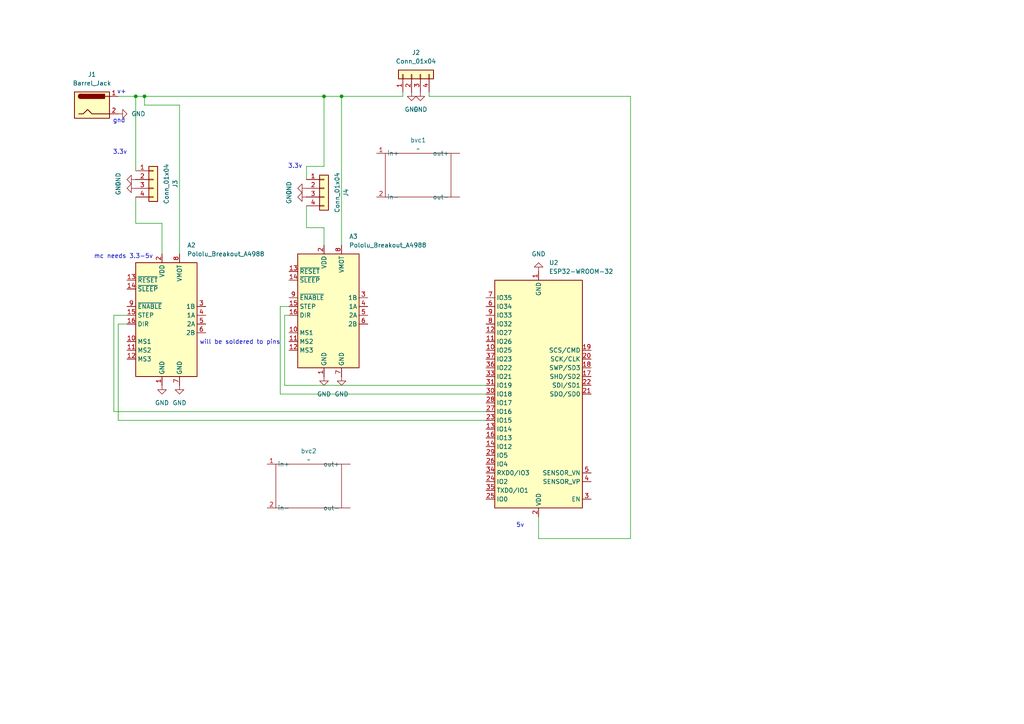
<source format=kicad_sch>
(kicad_sch (version 20231120) (generator "eeschema") (generator_version "8.0")
  (paper "A4")
  (lib_symbols
    (symbol "Connector:Barrel_Jack" (pin_names (offset 1.016))
      (property "Reference" "J" (at 0 5.334 0))
      (property "Value" "Barrel_Jack" (at 0 -5.08 0))
      (symbol "Barrel_Jack_0_1"
        (rectangle (start -5.08 3.81) (end 5.08 -3.81) (stroke (width 0.254)) (fill (type background)))
        (arc (start -3.302 3.175) (mid -3.9343 2.54) (end -3.302 1.905) (stroke (width 0.254)))
        (arc (start -3.302 3.175) (mid -3.9343 2.54) (end -3.302 1.905) (stroke (width 0.254)) (fill (type outline)))
        (polyline (pts (xy 5.08 2.54) (xy 3.81 2.54)) (stroke (width 0.254)))
        (polyline (pts (xy -3.81 -2.54) (xy -2.54 -2.54) (xy -1.27 -1.27) (xy 0 -2.54) (xy 2.54 -2.54) (xy 5.08 -2.54)) (stroke (width 0.254)))
        (rectangle (start 3.683 3.175) (end -3.302 1.905) (stroke (width 0.254)) (fill (type outline)))
      )
      (symbol "Barrel_Jack_1_1"
        (pin passive line (at 7.62 2.54 180) (length 2.54) (name "~") (number "1"))
        (pin passive line (at 7.62 -2.54 180) (length 2.54) (name "~") (number "2"))
      )
    )
    (symbol "Connector_Generic:Conn_01x04" (pin_names (offset 1.016) hide)
      (property "Reference" "J" (at 0 5.08 0))
      (property "Value" "Conn_01x04" (at 0 -7.62 0))
      (symbol "Conn_01x04_1_1"
        (rectangle (start -1.27 -4.953) (end 0 -5.207) (stroke (width 0.1524)))
        (rectangle (start -1.27 -2.413) (end 0 -2.667) (stroke (width 0.1524)))
        (rectangle (start -1.27 0.127) (end 0 -0.127) (stroke (width 0.1524)))
        (rectangle (start -1.27 2.667) (end 0 2.413) (stroke (width 0.1524)))
        (rectangle (start -1.27 3.81) (end 1.27 -6.35) (stroke (width 0.254)) (fill (type background)))
        (pin passive line (at -5.08 2.54 0) (length 3.81) (name "Pin_1") (number "1"))
        (pin passive line (at -5.08 0 0) (length 3.81) (name "Pin_2") (number "2"))
        (pin passive line (at -5.08 -2.54 0) (length 3.81) (name "Pin_3") (number "3"))
        (pin passive line (at -5.08 -5.08 0) (length 3.81) (name "Pin_4") (number "4"))
      )
    )
    (symbol "Converter_DCDC:buck_voltage_converter"
      (property "Reference" "bvc" (at -6.35 1.27 0))
      (symbol "buck_voltage_converter_0_1"
        (rectangle (start -8.89 6.35) (end 10.16 -6.35))
      )
      (symbol "buck_voltage_converter_1_1"
        (pin power_out line (at 12.7 6.35 180) (length 2.54) (name "out+") (number ""))
        (pin power_out line (at 12.7 -6.35 180) (length 2.54) (name "out-") (number ""))
        (pin power_in line (at -11.43 6.35 0) (length 2.54) (name "in+") (number "1"))
        (pin power_out line (at -11.43 -6.35 0) (length 2.54) (name "in-") (number "2"))
      )
    )
    (symbol "Driver_Motor:Pololu_Breakout_A4988"
      (property "Reference" "A" (at -2.54 19.05 0))
      (property "Value" "Pololu_Breakout_A4988" (at -2.54 16.51 0))
      (symbol "Pololu_Breakout_A4988_0_1"
        (rectangle (start 10.16 -17.78) (end -7.62 15.24) (stroke (width 0.254)) (fill (type background)))
      )
      (symbol "Pololu_Breakout_A4988_1_1"
        (pin power_in line (at 0 -20.32 90) (length 2.54) (name "GND") (number "1"))
        (pin input line (at -10.16 -7.62 0) (length 2.54) (name "MS1") (number "10"))
        (pin input line (at -10.16 -10.16 0) (length 2.54) (name "MS2") (number "11"))
        (pin input line (at -10.16 -12.7 0) (length 2.54) (name "MS3") (number "12"))
        (pin input line (at -10.16 10.16 0) (length 2.54) (name "~{RESET}") (number "13"))
        (pin input line (at -10.16 7.62 0) (length 2.54) (name "~{SLEEP}") (number "14"))
        (pin input line (at -10.16 0 0) (length 2.54) (name "STEP") (number "15"))
        (pin input line (at -10.16 -2.54 0) (length 2.54) (name "DIR") (number "16"))
        (pin power_in line (at 0 17.78 270) (length 2.54) (name "VDD") (number "2"))
        (pin output line (at 12.7 2.54 180) (length 2.54) (name "1B") (number "3"))
        (pin output line (at 12.7 0 180) (length 2.54) (name "1A") (number "4"))
        (pin output line (at 12.7 -2.54 180) (length 2.54) (name "2A") (number "5"))
        (pin output line (at 12.7 -5.08 180) (length 2.54) (name "2B") (number "6"))
        (pin power_in line (at 5.08 -20.32 90) (length 2.54) (name "GND") (number "7"))
        (pin power_in line (at 5.08 17.78 270) (length 2.54) (name "VMOT") (number "8"))
        (pin input line (at -10.16 2.54 0) (length 2.54) (name "~{ENABLE}") (number "9"))
      )
    )
    (symbol "RF_Module:ESP32-WROOM-32"
      (property "Reference" "U" (at -12.7 34.29 0))
      (property "Value" "ESP32-WROOM-32" (at 1.27 34.29 0))
      (symbol "ESP32-WROOM-32_0_1"
        (rectangle (start -12.7 33.02) (end 12.7 -33.02) (stroke (width 0.254)) (fill (type background)))
      )
      (symbol "ESP32-WROOM-32_1_1"
        (pin power_in line (at 0 -35.56 90) (length 2.54) (name "GND") (number "1"))
        (pin bidirectional line (at 15.24 -12.7 180) (length 2.54) (name "IO25") (number "10"))
        (pin bidirectional line (at 15.24 -15.24 180) (length 2.54) (name "IO26") (number "11"))
        (pin bidirectional line (at 15.24 -17.78 180) (length 2.54) (name "IO27") (number "12"))
        (pin bidirectional line (at 15.24 10.16 180) (length 2.54) (name "IO14") (number "13"))
        (pin bidirectional line (at 15.24 15.24 180) (length 2.54) (name "IO12") (number "14"))
        (pin passive line (at 0 -35.56 90) (length 2.54) hide (name "GND") (number "15"))
        (pin bidirectional line (at 15.24 12.7 180) (length 2.54) (name "IO13") (number "16"))
        (pin bidirectional line (at -15.24 -5.08 0) (length 2.54) (name "SHD/SD2") (number "17"))
        (pin bidirectional line (at -15.24 -7.62 0) (length 2.54) (name "SWP/SD3") (number "18"))
        (pin bidirectional line (at -15.24 -12.7 0) (length 2.54) (name "SCS/CMD") (number "19"))
        (pin power_in line (at 0 35.56 270) (length 2.54) (name "VDD") (number "2"))
        (pin bidirectional line (at -15.24 -10.16 0) (length 2.54) (name "SCK/CLK") (number "20"))
        (pin bidirectional line (at -15.24 0 0) (length 2.54) (name "SDO/SD0") (number "21"))
        (pin bidirectional line (at -15.24 -2.54 0) (length 2.54) (name "SDI/SD1") (number "22"))
        (pin bidirectional line (at 15.24 7.62 180) (length 2.54) (name "IO15") (number "23"))
        (pin bidirectional line (at 15.24 25.4 180) (length 2.54) (name "IO2") (number "24"))
        (pin bidirectional line (at 15.24 30.48 180) (length 2.54) (name "IO0") (number "25"))
        (pin bidirectional line (at 15.24 20.32 180) (length 2.54) (name "IO4") (number "26"))
        (pin bidirectional line (at 15.24 5.08 180) (length 2.54) (name "IO16") (number "27"))
        (pin bidirectional line (at 15.24 2.54 180) (length 2.54) (name "IO17") (number "28"))
        (pin bidirectional line (at 15.24 17.78 180) (length 2.54) (name "IO5") (number "29"))
        (pin input line (at -15.24 30.48 0) (length 2.54) (name "EN") (number "3"))
        (pin bidirectional line (at 15.24 0 180) (length 2.54) (name "IO18") (number "30"))
        (pin bidirectional line (at 15.24 -2.54 180) (length 2.54) (name "IO19") (number "31"))
        (pin no_connect line (at -12.7 -27.94 0) (length 2.54) hide (name "NC") (number "32"))
        (pin bidirectional line (at 15.24 -5.08 180) (length 2.54) (name "IO21") (number "33"))
        (pin bidirectional line (at 15.24 22.86 180) (length 2.54) (name "RXD0/IO3") (number "34"))
        (pin bidirectional line (at 15.24 27.94 180) (length 2.54) (name "TXD0/IO1") (number "35"))
        (pin bidirectional line (at 15.24 -7.62 180) (length 2.54) (name "IO22") (number "36"))
        (pin bidirectional line (at 15.24 -10.16 180) (length 2.54) (name "IO23") (number "37"))
        (pin passive line (at 0 -35.56 90) (length 2.54) hide (name "GND") (number "38"))
        (pin passive line (at 0 -35.56 90) (length 2.54) hide (name "GND") (number "39"))
        (pin input line (at -15.24 25.4 0) (length 2.54) (name "SENSOR_VP") (number "4"))
        (pin input line (at -15.24 22.86 0) (length 2.54) (name "SENSOR_VN") (number "5"))
        (pin input line (at 15.24 -25.4 180) (length 2.54) (name "IO34") (number "6"))
        (pin input line (at 15.24 -27.94 180) (length 2.54) (name "IO35") (number "7"))
        (pin bidirectional line (at 15.24 -20.32 180) (length 2.54) (name "IO32") (number "8"))
        (pin bidirectional line (at 15.24 -22.86 180) (length 2.54) (name "IO33") (number "9"))
      )
    )
    (symbol "power:GND" (power) (pin_numbers hide) (pin_names (offset 0) hide)
      (property "Value" "GND" (at 0 -3.81 0))
      (symbol "GND_0_1"
        (polyline (pts (xy 0 0) (xy 0 -1.27) (xy 1.27 -1.27) (xy 0 -2.54) (xy -1.27 -1.27) (xy 0 -1.27)))
      )
      (symbol "GND_1_1"
        (pin power_in line (at 0 0 270) (length 0) (name "~") (number "1"))
      )
    )
  )
  (junction (at 93.98 27.94))
  (junction (at 39.37 27.94))
  (junction (at 99.06 27.94))
  (junction (at 41.91 27.94))
  (wire (pts (xy 82.55 111.76) (xy 140.97 111.76)))
  (wire (pts (xy 36.83 91.44) (xy 33.02 91.44)))
  (wire (pts (xy 34.29 27.94) (xy 39.37 27.94)))
  (wire (pts (xy 182.88 27.94) (xy 182.88 156.21)))
  (wire (pts (xy 83.82 88.9) (xy 81.28 88.9)))
  (wire (pts (xy 93.98 27.94) (xy 93.98 48.26)))
  (wire (pts (xy 46.99 64.77) (xy 46.99 73.66)))
  (wire (pts (xy 88.9 66.04) (xy 93.98 66.04)))
  (wire (pts (xy 156.21 156.21) (xy 156.21 149.86)))
  (wire (pts (xy 41.91 27.94) (xy 41.91 30.48)))
  (wire (pts (xy 83.82 91.44) (xy 82.55 91.44)))
  (wire (pts (xy 93.98 66.04) (xy 93.98 71.12)))
  (wire (pts (xy 99.06 27.94) (xy 116.84 27.94)))
  (wire (pts (xy 33.02 119.38) (xy 140.97 119.38)))
  (wire (pts (xy 41.91 30.48) (xy 52.07 30.48)))
  (wire (pts (xy 39.37 27.94) (xy 41.91 27.94)))
  (wire (pts (xy 99.06 27.94) (xy 99.06 71.12)))
  (wire (pts (xy 88.9 48.26) (xy 88.9 52.07)))
  (wire (pts (xy 39.37 27.94) (xy 39.37 49.53)))
  (wire (pts (xy 81.28 114.3) (xy 140.97 114.3)))
  (wire (pts (xy 88.9 59.69) (xy 88.9 66.04)))
  (wire (pts (xy 182.88 156.21) (xy 156.21 156.21)))
  (wire (pts (xy 52.07 30.48) (xy 52.07 73.66)))
  (wire (pts (xy 124.46 26.67) (xy 124.46 27.94)))
  (wire (pts (xy 34.29 121.92) (xy 140.97 121.92)))
  (wire (pts (xy 39.37 64.77) (xy 46.99 64.77)))
  (wire (pts (xy 34.29 93.98) (xy 34.29 121.92)))
  (wire (pts (xy 93.98 27.94) (xy 99.06 27.94)))
  (wire (pts (xy 36.83 93.98) (xy 34.29 93.98)))
  (wire (pts (xy 93.98 48.26) (xy 88.9 48.26)))
  (wire (pts (xy 33.02 91.44) (xy 33.02 119.38)))
  (wire (pts (xy 116.84 27.94) (xy 116.84 26.67)))
  (wire (pts (xy 82.55 91.44) (xy 82.55 111.76)))
  (wire (pts (xy 39.37 64.77) (xy 39.37 57.15)))
  (wire (pts (xy 81.28 88.9) (xy 81.28 114.3)))
  (wire (pts (xy 124.46 27.94) (xy 182.88 27.94)))
  (wire (pts (xy 41.91 27.94) (xy 93.98 27.94)))
  (text "will be soldered to pins" (at 69.596 99.314 0) (effects (font (size 1.27 1.27))))
  (text "v+" (at 35.306 26.67 0) (effects (font (size 1.27 1.27))))
  (text "gnd" (at 34.544 35.052 0) (effects (font (size 1.27 1.27))))
  (text "5v" (at 150.876 152.4 0) (effects (font (size 1.27 1.27))))
  (text "3.3v" (at 85.598 48.26 0) (effects (font (size 1.27 1.27))))
  (text "mc needs 3.3-5v" (at 35.814 74.422 0) (effects (font (size 1.27 1.27))))
  (text "3.3v" (at 34.798 44.196 0) (effects (font (size 1.27 1.27))))
  (symbol (lib_id "power:GND") (at 39.37 52.07 270) (unit 1)
    (property "Reference" "#PWR02" (effects (hide yes)))
    (property "Value" "GND" (at 34.29 52.07 0))
    (property "Description" "Power symbol creates a global label with name \"GND\" , ground" (effects (hide yes)))
  )
  (symbol (lib_id "power:GND") (at 34.29 33.02 90) (unit 1)
    (property "Reference" "#PWR09" (effects (hide yes)))
    (property "Value" "GND" (at 38.1 33.0199 90) (effects (justify right)))
    (property "Description" "Power symbol creates a global label with name \"GND\" , ground" (effects (hide yes)))
  )
  (symbol (lib_id "power:GND") (at 46.99 111.76 0) (unit 1)
    (property "Reference" "#PWR06" (effects (hide yes)))
    (property "Value" "GND" (at 46.99 116.84 0))
    (property "Description" "Power symbol creates a global label with name \"GND\" , ground" (effects (hide yes)))
  )
  (symbol (lib_id "Connector_Generic:Conn_01x04") (at 44.45 52.07 0) (unit 1)
    (property "Reference" "J3" (at 50.8 53.34 90))
    (property "Value" "Conn_01x04" (at 48.26 53.34 90))
    (property "Footprint" "Converter_DCDC:buck voltage converter" (effects (hide yes)))
    (property "Description" "Generic connector, single row, 01x04, script generated (kicad-library-utils/schlib/autogen/connector/)" (effects (hide yes)))
  )
  (symbol (lib_id "power:GND") (at 52.07 111.76 0) (unit 1)
    (property "Reference" "#PWR07" (effects (hide yes)))
    (property "Value" "GND" (at 52.07 116.84 0))
    (property "Description" "Power symbol creates a global label with name \"GND\" , ground" (effects (hide yes)))
  )
  (symbol (lib_id "Connector_Generic:Conn_01x04") (at 119.38 21.59 90) (unit 1)
    (property "Reference" "J2" (at 120.65 15.24 90))
    (property "Value" "Conn_01x04" (at 120.65 17.78 90))
    (property "Footprint" "Converter_DCDC:buck voltage converter" (effects (hide yes)))
    (property "Description" "Generic connector, single row, 01x04, script generated (kicad-library-utils/schlib/autogen/connector/)" (effects (hide yes)))
  )
  (symbol (lib_name "Converter_DCDC:buck_voltage_converter") (lib_id "Converter_DCDC:buck_voltage_converter") (at 88.9 140.97 0) (unit 1)
    (property "Reference" "bvc2" (at 89.535 130.81 0))
    (property "Value" "~" (at 89.535 133.35 0))
  )
  (symbol (lib_id "power:GND") (at 88.9 57.15 270) (unit 1)
    (property "Reference" "#PWR012" (effects (hide yes)))
    (property "Value" "GND" (at 83.82 57.15 0))
    (property "Description" "Power symbol creates a global label with name \"GND\" , ground" (effects (hide yes)))
  )
  (symbol (lib_id "power:GND") (at 156.21 78.74 180) (unit 1)
    (property "Reference" "#PWR08" (effects (hide yes)))
    (property "Value" "GND" (at 156.21 73.66 0))
    (property "Description" "Power symbol creates a global label with name \"GND\" , ground" (effects (hide yes)))
  )
  (symbol (lib_id "Driver_Motor:Pololu_Breakout_A4988") (at 93.98 88.9 0) (unit 1)
    (property "Reference" "A3" (at 101.2541 68.58 0) (effects (justify left)))
    (property "Value" "Pololu_Breakout_A4988" (at 101.2541 71.12 0) (effects (justify left)))
    (property "Footprint" "Module:Pololu_Breakout-16_15.2x20.3mm" (effects (hide yes)))
    (property "Datasheet" "https://www.pololu.com/product/2980/pictures" (effects (hide yes)))
    (property "Description" "Pololu Breakout Board, Stepper Driver A4988" (effects (hide yes)))
  )
  (symbol (lib_id "power:GND") (at 93.98 109.22 0) (unit 1)
    (property "Reference" "#PWR04" (effects (hide yes)))
    (property "Value" "GND" (at 93.98 114.3 0))
    (property "Description" "Power symbol creates a global label with name \"GND\" , ground" (effects (hide yes)))
  )
  (symbol (lib_id "Connector:Barrel_Jack") (at 26.67 30.48 0) (unit 1)
    (property "Reference" "J1" (at 26.67 21.59 0))
    (property "Value" "Barrel_Jack" (at 26.67 24.13 0))
    (property "Footprint" "Connector_BarrelJack:BarrelJack_Horizontal" (effects (hide yes)))
    (property "Description" "DC Barrel Jack" (effects (hide yes)))
  )
  (symbol (lib_id "power:GND") (at 119.38 26.67 0) (unit 1)
    (property "Reference" "#PWR01" (effects (hide yes)))
    (property "Value" "GND" (at 119.38 31.75 0))
    (property "Description" "Power symbol creates a global label with name \"GND\" , ground" (effects (hide yes)))
  )
  (symbol (lib_id "Converter_DCDC:buck_voltage_converter") (at 120.65 50.8 0) (unit 1)
    (property "Reference" "bvc1" (at 121.285 40.64 0))
    (property "Value" "~" (at 121.285 43.18 0))
  )
  (symbol (lib_id "power:GND") (at 39.37 54.61 270) (unit 1)
    (property "Reference" "#PWR011" (effects (hide yes)))
    (property "Value" "GND" (at 34.29 54.61 0))
    (property "Description" "Power symbol creates a global label with name \"GND\" , ground" (effects (hide yes)))
  )
  (symbol (lib_id "power:GND") (at 99.06 109.22 0) (unit 1)
    (property "Reference" "#PWR05" (effects (hide yes)))
    (property "Value" "GND" (at 99.06 114.3 0))
    (property "Description" "Power symbol creates a global label with name \"GND\" , ground" (effects (hide yes)))
  )
  (symbol (lib_id "power:GND") (at 88.9 54.61 270) (unit 1)
    (property "Reference" "#PWR03" (effects (hide yes)))
    (property "Value" "GND" (at 83.82 54.61 0))
    (property "Description" "Power symbol creates a global label with name \"GND\" , ground" (effects (hide yes)))
  )
  (symbol (lib_id "power:GND") (at 121.92 26.67 0) (unit 1)
    (property "Reference" "#PWR010" (effects (hide yes)))
    (property "Value" "GND" (at 121.92 31.75 0))
    (property "Description" "Power symbol creates a global label with name \"GND\" , ground" (effects (hide yes)))
  )
  (symbol (lib_id "Driver_Motor:Pololu_Breakout_A4988") (at 46.99 91.44 0) (unit 1)
    (property "Reference" "A2" (at 54.2641 71.12 0) (effects (justify left)))
    (property "Value" "Pololu_Breakout_A4988" (at 54.2641 73.66 0) (effects (justify left)))
    (property "Footprint" "Module:Pololu_Breakout-16_15.2x20.3mm" (effects (hide yes)))
    (property "Datasheet" "https://www.pololu.com/product/2980/pictures" (effects (hide yes)))
    (property "Description" "Pololu Breakout Board, Stepper Driver A4988" (effects (hide yes)))
  )
  (symbol (lib_id "Connector_Generic:Conn_01x04") (at 93.98 54.61 0) (unit 1)
    (property "Reference" "J4" (at 100.33 55.88 90))
    (property "Value" "Conn_01x04" (at 97.79 55.88 90))
    (property "Footprint" "Converter_DCDC:buck voltage converter" (effects (hide yes)))
    (property "Description" "Generic connector, single row, 01x04, script generated (kicad-library-utils/schlib/autogen/connector/)" (effects (hide yes)))
  )
  (symbol (lib_id "RF_Module:ESP32-WROOM-32") (at 156.21 114.3 180) (unit 1)
    (property "Reference" "U2" (at 159.2265 76.2 0) (effects (justify right)))
    (property "Value" "ESP32-WROOM-32" (at 159.2265 78.74 0) (effects (justify right)))
    (property "Footprint" "RF_Module:ESP32-WROOM-32D" (effects (hide yes)))
    (property "Datasheet" "https://www.espressif.com/sites/default/files/documentation/esp32-wroom-32_datasheet_en.pdf" (effects (hide yes)))
    (property "Description" "RF Module, ESP32-D0WDQ6 SoC, Wi-Fi 802.11b/g/n, Bluetooth, BLE, 32-bit, 2.7-3.6V, onboard antenna, SMD" (effects (hide yes)))
  )
)
</source>
